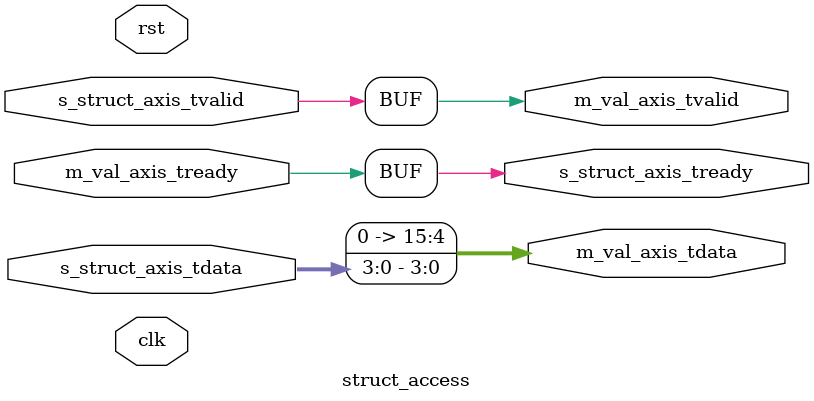
<source format=sv>
module struct_access #
(
    parameter STRUCT_WIDTH = 16,
    parameter ACCESS_OFFSET = 0,
    parameter ACCESS_SIZE = 4
)
(
    input  wire                       clk,
    input  wire                       rst,
    
    input wire [STRUCT_WIDTH-1:0]           s_struct_axis_tdata,
    input wire                              s_struct_axis_tvalid,
    output reg                              s_struct_axis_tready,

    // output wire [ACCESS_SIZE-1:0]            m_val_axis_tdata,
    // output wire                              m_val_axis_tvalid,
    // input  wire                              m_val_axis_tready,

    output reg [STRUCT_WIDTH-1:0]             m_val_axis_tdata,
    output reg                                m_val_axis_tvalid,
    input  wire                               m_val_axis_tready    
);


always @* begin
    m_val_axis_tdata =  s_struct_axis_tdata[ACCESS_OFFSET +: ACCESS_SIZE];
    m_val_axis_tvalid = s_struct_axis_tvalid;
    s_struct_axis_tready = m_val_axis_tready;
end

// always @* begin
//     reg_struct_axis_tvalid = s_struct_axis_tvalid && reg_val_axis_tready;
//     reg_val_axis_tvalid = s_struct_axis_tvalid && reg_struct_axis_tready;

//     s_struct_axis_tready = reg_val_axis_tready && reg_struct_axis_tready;

//     reg_struct_axis_tdata = s_struct_axis_tdata;
//     reg_val_axis_tdata = s_struct_axis_tdata[ACCESS_OFFSET +: ACCESS_SIZE];
// end


// reg [STRUCT_WIDTH-1:0]            reg_struct_axis_tdata;
// reg                               reg_struct_axis_tvalid;
// wire                               reg_struct_axis_tready;

// reg [ACCESS_SIZE-1:0]            reg_val_axis_tdata;
// reg                              reg_val_axis_tvalid;
// wire                              reg_val_axis_tready;

// axis_register#(
//     .DATA_WIDTH(STRUCT_WIDTH),
//     .KEEP_ENABLE(0),
//     .LAST_ENABLE(0),
//     .USER_ENABLE(0),
//     .REG_TYPE(2)
// )
// reg1(
//     .clk(clk),
//     .rst(rst),
//     .s_axis_tdata(reg_struct_axis_tdata),
//     .s_axis_tvalid(reg_struct_axis_tvalid),
//     .s_axis_tready(reg_struct_axis_tready),
//     .m_axis_tdata(m_struct_axis_tdata),
//     .m_axis_tvalid(m_struct_axis_tvalid),
//     .m_axis_tready(m_struct_axis_tready)
// );

// axis_register#(
//     .DATA_WIDTH(ACCESS_SIZE),
//     .KEEP_ENABLE(0),
//     .LAST_ENABLE(0),
//     .USER_ENABLE(0),
//     .REG_TYPE(2)
// ) reg2(
//     .clk(clk),
//     .rst(rst),
//     .s_axis_tdata(reg_val_axis_tdata),
//     .s_axis_tvalid(reg_val_axis_tvalid),
//     .s_axis_tready(reg_val_axis_tready),
//     .m_axis_tdata(m_val_axis_tdata),
//     .m_axis_tvalid(m_val_axis_tvalid),
//     .m_axis_tready(m_val_axis_tready)
// );

endmodule
</source>
